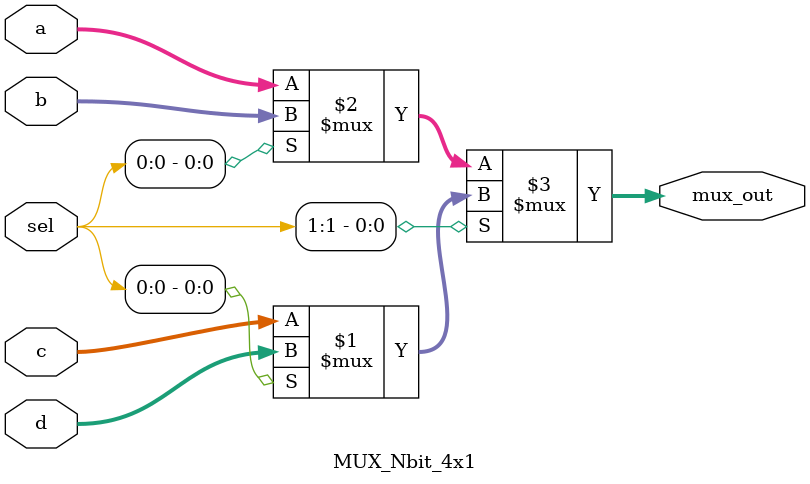
<source format=sv>
`timescale 1ns / 1ps


module MUX_Nbit_4x1#(parameter bus_size = 16)
(
input  [(bus_size-1):0]   a,            // Mux first input
input  [(bus_size-1):0]   b,            // Mux Second input
input  [(bus_size-1):0]   c,            // Mux first input
input  [(bus_size-1):0]   d,            // Mux Second input
input  [1:0]              sel,          // Select input
output [(bus_size-1):0]                mux_out       // Mux output
);

assign mux_out = sel[1] ? (sel[0] ? d : c) : (sel[0] ? b : a); 

endmodule 

</source>
